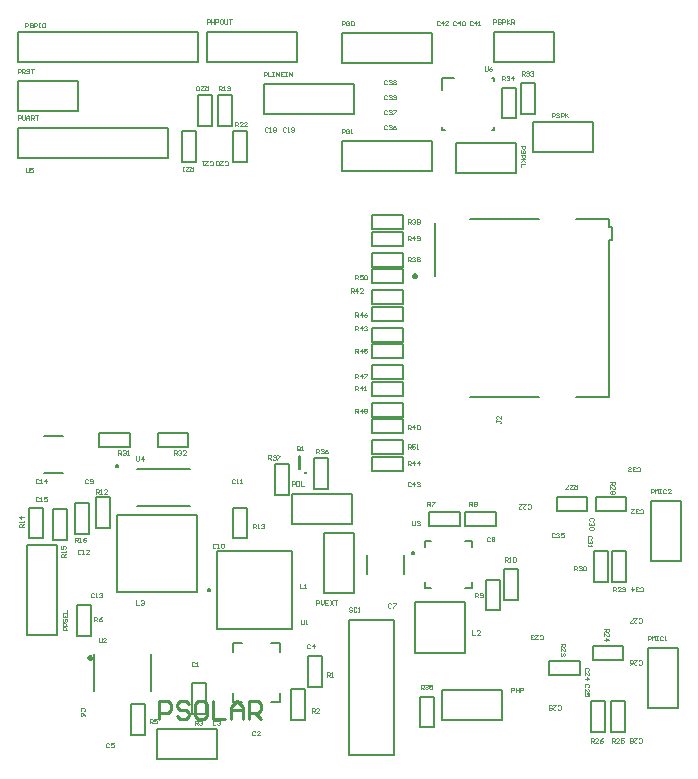
<source format=gto>
%FSTAX23Y23*%
%MOIN*%
%SFA1B1*%

%IPPOS*%
%ADD10C,0.009450*%
%ADD11C,0.004920*%
%ADD12C,0.009840*%
%ADD13C,0.007870*%
%ADD14C,0.006000*%
%ADD15C,0.005000*%
%ADD16C,0.010000*%
%ADD17C,0.003000*%
%LNsolears_v1-1*%
%LPD*%
G54D10*
X02342Y02657D02*
D01*
X02342Y02657*
X02342Y02657*
X02342Y02658*
X02342Y02658*
X02342Y02658*
X02342Y02659*
X02342Y02659*
X02341Y02659*
X02341Y02659*
X02341Y0266*
X02341Y0266*
X02341Y0266*
X0234Y0266*
X0234Y02661*
X0234Y02661*
X02339Y02661*
X02339Y02661*
X02339Y02661*
X02339Y02661*
X02338Y02661*
X02338Y02661*
X02338Y02661*
X02337*
X02337Y02661*
X02337Y02661*
X02336Y02661*
X02336Y02661*
X02336Y02661*
X02335Y02661*
X02335Y02661*
X02335Y02661*
X02334Y0266*
X02334Y0266*
X02334Y0266*
X02334Y0266*
X02334Y02659*
X02333Y02659*
X02333Y02659*
X02333Y02659*
X02333Y02658*
X02333Y02658*
X02333Y02658*
X02333Y02657*
X02333Y02657*
X02333Y02657*
X02333Y02656*
X02333Y02656*
X02333Y02656*
X02333Y02655*
X02333Y02655*
X02333Y02655*
X02333Y02654*
X02333Y02654*
X02334Y02654*
X02334Y02654*
X02334Y02653*
X02334Y02653*
X02334Y02653*
X02335Y02653*
X02335Y02653*
X02335Y02652*
X02336Y02652*
X02336Y02652*
X02336Y02652*
X02337Y02652*
X02337Y02652*
X02337Y02652*
X02338*
X02338Y02652*
X02338Y02652*
X02339Y02652*
X02339Y02652*
X02339Y02652*
X02339Y02652*
X0234Y02653*
X0234Y02653*
X0234Y02653*
X02341Y02653*
X02341Y02653*
X02341Y02654*
X02341Y02654*
X02341Y02654*
X02342Y02654*
X02342Y02655*
X02342Y02655*
X02342Y02655*
X02342Y02656*
X02342Y02656*
X02342Y02656*
X02342Y02657*
G54D11*
X01975Y02D02*
D01*
X01975Y02*
X01975Y02*
X01975Y02001*
X01975Y02001*
X01975Y02001*
X01974Y02001*
X01974Y02001*
X01974Y02001*
X01974Y02001*
X01974Y02002*
X01974Y02002*
X01974Y02002*
X01974Y02002*
X01974Y02002*
X01973Y02002*
X01973Y02002*
X01973Y02002*
X01973Y02002*
X01973Y02002*
X01973Y02002*
X01972Y02002*
X01972Y02003*
X01972*
X01972Y02002*
X01972Y02002*
X01972Y02002*
X01971Y02002*
X01971Y02002*
X01971Y02002*
X01971Y02002*
X01971Y02002*
X01971Y02002*
X01971Y02002*
X0197Y02002*
X0197Y02002*
X0197Y02001*
X0197Y02001*
X0197Y02001*
X0197Y02001*
X0197Y02001*
X0197Y02001*
X0197Y02001*
X0197Y02*
X0197Y02*
X0197Y02*
X0197Y02*
X0197Y02*
X0197Y02*
X0197Y01999*
X0197Y01999*
X0197Y01999*
X0197Y01999*
X0197Y01999*
X0197Y01999*
X0197Y01998*
X0197Y01998*
X01971Y01998*
X01971Y01998*
X01971Y01998*
X01971Y01998*
X01971Y01998*
X01971Y01998*
X01971Y01998*
X01972Y01998*
X01972Y01998*
X01972Y01998*
X01972Y01998*
X01972*
X01972Y01998*
X01973Y01998*
X01973Y01998*
X01973Y01998*
X01973Y01998*
X01973Y01998*
X01973Y01998*
X01974Y01998*
X01974Y01998*
X01974Y01998*
X01974Y01998*
X01974Y01998*
X01974Y01999*
X01974Y01999*
X01974Y01999*
X01974Y01999*
X01975Y01999*
X01975Y01999*
X01975Y02*
X01975Y02*
X01975Y02*
X01975Y02*
G54D12*
X01259Y01384D02*
D01*
X01259Y01384*
X01259Y01384*
X01259Y01385*
X01259Y01385*
X01259Y01385*
X01259Y01386*
X01259Y01386*
X01258Y01386*
X01258Y01387*
X01258Y01387*
X01258Y01387*
X01258Y01387*
X01257Y01388*
X01257Y01388*
X01257Y01388*
X01256Y01388*
X01256Y01388*
X01256Y01388*
X01255Y01388*
X01255Y01389*
X01255Y01389*
X01254Y01389*
X01254*
X01254Y01389*
X01253Y01389*
X01253Y01388*
X01253Y01388*
X01252Y01388*
X01252Y01388*
X01252Y01388*
X01252Y01388*
X01251Y01388*
X01251Y01387*
X01251Y01387*
X01251Y01387*
X0125Y01387*
X0125Y01386*
X0125Y01386*
X0125Y01386*
X0125Y01385*
X0125Y01385*
X01249Y01385*
X01249Y01384*
X01249Y01384*
X01249Y01384*
X01249Y01383*
X01249Y01383*
X01249Y01383*
X0125Y01382*
X0125Y01382*
X0125Y01382*
X0125Y01381*
X0125Y01381*
X0125Y01381*
X01251Y01381*
X01251Y0138*
X01251Y0138*
X01251Y0138*
X01252Y0138*
X01252Y01379*
X01252Y01379*
X01252Y01379*
X01253Y01379*
X01253Y01379*
X01253Y01379*
X01254Y01379*
X01254Y01379*
X01254*
X01255Y01379*
X01255Y01379*
X01255Y01379*
X01256Y01379*
X01256Y01379*
X01256Y01379*
X01257Y01379*
X01257Y0138*
X01257Y0138*
X01258Y0138*
X01258Y0138*
X01258Y01381*
X01258Y01381*
X01258Y01381*
X01259Y01381*
X01259Y01382*
X01259Y01382*
X01259Y01382*
X01259Y01383*
X01259Y01383*
X01259Y01383*
X01259Y01384*
G54D13*
X01657Y0161D02*
D01*
X01657Y0161*
X01657Y0161*
X01657Y0161*
X01657Y01611*
X01657Y01611*
X01657Y01611*
X01656Y01611*
X01656Y01612*
X01656Y01612*
X01656Y01612*
X01656Y01612*
X01656Y01612*
X01655Y01613*
X01655Y01613*
X01655Y01613*
X01655Y01613*
X01654Y01613*
X01654Y01613*
X01654Y01613*
X01654Y01613*
X01653Y01613*
X01653Y01613*
X01653*
X01653Y01613*
X01652Y01613*
X01652Y01613*
X01652Y01613*
X01651Y01613*
X01651Y01613*
X01651Y01613*
X01651Y01613*
X0165Y01613*
X0165Y01612*
X0165Y01612*
X0165Y01612*
X0165Y01612*
X0165Y01612*
X01649Y01611*
X01649Y01611*
X01649Y01611*
X01649Y01611*
X01649Y0161*
X01649Y0161*
X01649Y0161*
X01649Y0161*
X01649Y01609*
X01649Y01609*
X01649Y01609*
X01649Y01608*
X01649Y01608*
X01649Y01608*
X01649Y01608*
X0165Y01607*
X0165Y01607*
X0165Y01607*
X0165Y01607*
X0165Y01607*
X0165Y01606*
X01651Y01606*
X01651Y01606*
X01651Y01606*
X01651Y01606*
X01652Y01606*
X01652Y01606*
X01652Y01606*
X01653Y01606*
X01653Y01606*
X01653*
X01653Y01606*
X01654Y01606*
X01654Y01606*
X01654Y01606*
X01654Y01606*
X01655Y01606*
X01655Y01606*
X01655Y01606*
X01655Y01606*
X01656Y01607*
X01656Y01607*
X01656Y01607*
X01656Y01607*
X01656Y01607*
X01656Y01608*
X01657Y01608*
X01657Y01608*
X01657Y01608*
X01657Y01609*
X01657Y01609*
X01657Y01609*
X01657Y0161*
X02336Y01733D02*
D01*
X02336Y01733*
X02336Y01733*
X02336Y01734*
X02336Y01734*
X02336Y01734*
X02336Y01734*
X02336Y01735*
X02336Y01735*
X02336Y01735*
X02335Y01735*
X02335Y01736*
X02335Y01736*
X02335Y01736*
X02335Y01736*
X02334Y01736*
X02334Y01736*
X02334Y01737*
X02334Y01737*
X02333Y01737*
X02333Y01737*
X02333Y01737*
X02333Y01737*
X02332*
X02332Y01737*
X02332Y01737*
X02331Y01737*
X02331Y01737*
X02331Y01737*
X02331Y01736*
X0233Y01736*
X0233Y01736*
X0233Y01736*
X0233Y01736*
X0233Y01736*
X02329Y01735*
X02329Y01735*
X02329Y01735*
X02329Y01735*
X02329Y01734*
X02329Y01734*
X02329Y01734*
X02329Y01734*
X02328Y01733*
X02328Y01733*
X02328Y01733*
X02328Y01733*
X02328Y01732*
X02329Y01732*
X02329Y01732*
X02329Y01732*
X02329Y01731*
X02329Y01731*
X02329Y01731*
X02329Y01731*
X02329Y0173*
X0233Y0173*
X0233Y0173*
X0233Y0173*
X0233Y0173*
X0233Y01729*
X02331Y01729*
X02331Y01729*
X02331Y01729*
X02331Y01729*
X02332Y01729*
X02332Y01729*
X02332Y01729*
X02333*
X02333Y01729*
X02333Y01729*
X02333Y01729*
X02334Y01729*
X02334Y01729*
X02334Y01729*
X02334Y01729*
X02335Y0173*
X02335Y0173*
X02335Y0173*
X02335Y0173*
X02335Y0173*
X02336Y01731*
X02336Y01731*
X02336Y01731*
X02336Y01731*
X02336Y01732*
X02336Y01732*
X02336Y01732*
X02336Y01732*
X02336Y01733*
X02336Y01733*
X0135Y02022D02*
D01*
X0135Y02023*
X0135Y02023*
X0135Y02023*
X0135Y02024*
X0135Y02024*
X0135Y02024*
X0135Y02024*
X0135Y02025*
X0135Y02025*
X01349Y02025*
X01349Y02025*
X01349Y02026*
X01349Y02026*
X01348Y02026*
X01348Y02026*
X01348Y02026*
X01348Y02026*
X01347Y02027*
X01347Y02027*
X01347Y02027*
X01346Y02027*
X01346Y02027*
X01346*
X01346Y02027*
X01345Y02027*
X01345Y02027*
X01345Y02027*
X01344Y02026*
X01344Y02026*
X01344Y02026*
X01343Y02026*
X01343Y02026*
X01343Y02026*
X01343Y02025*
X01343Y02025*
X01342Y02025*
X01342Y02025*
X01342Y02024*
X01342Y02024*
X01342Y02024*
X01342Y02024*
X01342Y02023*
X01342Y02023*
X01342Y02023*
X01342Y02022*
X01342Y02022*
X01342Y02022*
X01342Y02021*
X01342Y02021*
X01342Y02021*
X01342Y02021*
X01342Y0202*
X01342Y0202*
X01342Y0202*
X01343Y0202*
X01343Y02019*
X01343Y02019*
X01343Y02019*
X01343Y02019*
X01344Y02019*
X01344Y02018*
X01344Y02018*
X01345Y02018*
X01345Y02018*
X01345Y02018*
X01346Y02018*
X01346Y02018*
X01346*
X01346Y02018*
X01347Y02018*
X01347Y02018*
X01347Y02018*
X01348Y02018*
X01348Y02018*
X01348Y02019*
X01348Y02019*
X01349Y02019*
X01349Y02019*
X01349Y02019*
X01349Y0202*
X0135Y0202*
X0135Y0202*
X0135Y0202*
X0135Y02021*
X0135Y02021*
X0135Y02021*
X0135Y02021*
X0135Y02022*
X0135Y02022*
X0135Y02022*
X0148Y01045D02*
Y01145D01*
X0168*
Y01045D02*
Y01145D01*
X0148Y01045D02*
X0168D01*
X01103Y02121D02*
X01166D01*
X01103Y01998D02*
X01166D01*
X01615Y0337D02*
Y0347D01*
X01015Y0337D02*
Y0347D01*
X01615*
X01015Y0337D02*
X01615D01*
X02731Y0317D02*
X02931D01*
X02731Y0307D02*
Y0317D01*
Y0307D02*
X02931D01*
Y0317*
X02986Y02253D02*
Y02775D01*
X02877Y02253D02*
X02986D01*
X02522D02*
X02751D01*
X02405Y02657D02*
Y02834D01*
X02522Y02846D02*
X02751D01*
X02986Y02775D02*
X02996D01*
Y02818*
X02986D02*
X02996D01*
X02986D02*
Y02846D01*
X02877D02*
X02986D01*
X02135Y016D02*
Y018D01*
X02035D02*
X02135D01*
X02035Y016D02*
Y018D01*
Y016D02*
X02135D01*
X0243Y01275D02*
X0263D01*
X0243Y01175D02*
Y01275D01*
Y01175D02*
X0263D01*
Y01275*
X02476Y031D02*
X02676D01*
X02476Y03D02*
Y031D01*
Y03D02*
X02676D01*
Y031*
X0243Y03144D02*
X02438D01*
X0243D02*
Y03152D01*
X02594Y03144D02*
X02601D01*
Y03152*
Y03307D02*
Y03315D01*
X02594D02*
X02601D01*
X0243D02*
X02469D01*
X0243Y03277D02*
Y03315D01*
X01953Y02013D02*
X01956D01*
X01953Y02056D02*
X01956D01*
Y02013D02*
Y02056D01*
X01953Y02013D02*
Y02056D01*
X0127Y01272D02*
Y01397D01*
X01459Y01272D02*
Y01397D01*
X02301Y01663D02*
Y01726D01*
X02178Y01663D02*
Y01726D01*
X02338Y014D02*
X02507D01*
X02338D02*
Y01569D01*
X02507*
Y014D02*
Y01569D01*
X01346Y01601D02*
Y01859D01*
X01613*
Y01601D02*
Y01859D01*
X01346Y01601D02*
X01613D01*
X01045Y0146D02*
X01145D01*
X01045D02*
Y0176D01*
X01145*
Y0146D02*
Y0176D01*
X02096Y03465D02*
X02396D01*
X02096Y03365D02*
Y03465D01*
Y03365D02*
X02396D01*
Y03465*
X02801Y0337D02*
Y0347D01*
X02601Y0337D02*
X02801D01*
X02601D02*
Y0347D01*
X02801*
X01645Y0337D02*
X01945D01*
Y0347*
X01645D02*
X01945D01*
X01645Y0337D02*
Y0347D01*
X02096Y03105D02*
X02396D01*
X02096Y03005D02*
Y03105D01*
Y03005D02*
X02396D01*
Y03105*
X03115Y01215D02*
X03215D01*
X03115D02*
Y01415D01*
X03215*
Y01215D02*
Y01415D01*
X01835Y03295D02*
X02135D01*
X01835Y03195D02*
Y03295D01*
Y03195D02*
X02135D01*
Y03295*
X0193Y0183D02*
Y0193D01*
X0213*
Y0183D02*
Y0193D01*
X0193Y0183D02*
X0213D01*
X03125Y01705D02*
X03225D01*
X03125D02*
Y01905D01*
X03225*
Y01705D02*
Y01905D01*
X01515Y0305D02*
Y0315D01*
X01015Y0305D02*
X01515D01*
X01015Y0315D02*
X01515D01*
X01015Y0305D02*
Y0315D01*
Y03205D02*
Y03305D01*
X01215*
Y03205D02*
Y03305D01*
X01015Y03205D02*
X01215D01*
X0212Y0151D02*
X0227D01*
Y0106D02*
Y0151D01*
X0212Y0106D02*
X0227D01*
X0212D02*
Y0151D01*
G54D14*
X01889Y01403D02*
Y01433D01*
X01859Y01237D02*
X01889D01*
X01731D02*
Y01267D01*
Y01433D02*
X01761D01*
X01731Y01237D02*
X01761D01*
X01889D02*
Y01267D01*
X01859Y01433D02*
X01889D01*
X01731Y01403D02*
Y01433D01*
G54D15*
X02623Y01542D02*
Y01643D01*
X02577Y01542D02*
Y01643D01*
Y01542D02*
X02623D01*
X02577Y01643D02*
X02623D01*
X01682Y03157D02*
Y03258D01*
X01728Y03157D02*
Y03258D01*
X01682D02*
X01728D01*
X01682Y03157D02*
X01728D01*
X03038Y01137D02*
Y01238D01*
X02992Y01137D02*
Y01238D01*
Y01137D02*
X03038D01*
X02992Y01238D02*
X03038D01*
X02973Y01137D02*
Y01238D01*
X02927Y01137D02*
Y01238D01*
Y01137D02*
X02973D01*
X02927Y01238D02*
X02973D01*
X03043Y01637D02*
Y01738D01*
X02997Y01637D02*
Y01738D01*
Y01637D02*
X03043D01*
X02997Y01738D02*
X03043D01*
X02983Y01637D02*
Y01738D01*
X02937Y01637D02*
Y01738D01*
Y01637D02*
X02983D01*
X02937Y01738D02*
X02983D01*
X02197Y02858D02*
X02298D01*
X02197Y02812D02*
X02298D01*
Y02858*
X02197Y02812D02*
Y02858D01*
Y02803D02*
X02298D01*
X02197Y02757D02*
X02298D01*
Y02803*
X02197Y02757D02*
Y02803D01*
Y02733D02*
X02298D01*
X02197Y02687D02*
X02298D01*
Y02733*
X02197Y02687D02*
Y02733D01*
Y02678D02*
X02298D01*
X02197Y02632D02*
X02298D01*
Y02678*
X02197Y02632D02*
Y02678D01*
Y02608D02*
X02298D01*
X02197Y02562D02*
X02298D01*
Y02608*
X02197Y02562D02*
Y02608D01*
Y02553D02*
X02298D01*
X02197Y02507D02*
X02298D01*
Y02553*
X02197Y02507D02*
Y02553D01*
Y02483D02*
X02298D01*
X02197Y02437D02*
X02298D01*
Y02483*
X02197Y02437D02*
Y02483D01*
Y02428D02*
X02298D01*
X02197Y02382D02*
X02298D01*
Y02428*
X02197Y02382D02*
Y02428D01*
Y02358D02*
X02298D01*
X02197Y02312D02*
X02298D01*
Y02358*
X02197Y02312D02*
Y02358D01*
Y02303D02*
X02298D01*
X02197Y02257D02*
X02298D01*
Y02303*
X02197Y02257D02*
Y02303D01*
Y02233D02*
X02298D01*
X02197Y02187D02*
X02298D01*
Y02233*
X02197Y02187D02*
Y02233D01*
Y02053D02*
X02298D01*
X02197Y02007D02*
X02298D01*
Y02053*
X02197Y02007D02*
Y02053D01*
Y02062D02*
X02298D01*
X02197Y02108D02*
X02298D01*
X02197Y02062D02*
Y02108D01*
X02298Y02062D02*
Y02108D01*
X02197Y02178D02*
X02298D01*
X02197Y02132D02*
X02298D01*
Y02178*
X02197Y02132D02*
Y02178D01*
X01287Y02087D02*
X01388D01*
X01287Y02133D02*
X01388D01*
X01287Y02087D02*
Y02133D01*
X01388Y02087D02*
Y02133D01*
X01482Y02087D02*
X01583D01*
X01482Y02133D02*
X01583D01*
X01482Y02087D02*
Y02133D01*
X01583Y02087D02*
Y02133D01*
X02812Y01918D02*
X02913D01*
X02812Y01872D02*
X02913D01*
Y01918*
X02812Y01872D02*
Y01918D01*
X02942D02*
X03043D01*
X02942Y01872D02*
X03043D01*
Y01918*
X02942Y01872D02*
Y01918D01*
X02932Y01423D02*
X03033D01*
X02932Y01377D02*
X03033D01*
Y01423*
X02932Y01377D02*
Y01423D01*
X02787Y01373D02*
X02888D01*
X02787Y01327D02*
X02888D01*
Y01373*
X02787Y01327D02*
Y01373D01*
X01778Y03037D02*
Y03138D01*
X01732Y03037D02*
Y03138D01*
Y03037D02*
X01778D01*
X01732Y03138D02*
X01778D01*
X01608Y03037D02*
Y03138D01*
X01562Y03037D02*
Y03138D01*
Y03037D02*
X01608D01*
X01562Y03138D02*
X01608D01*
X01663Y03157D02*
Y03258D01*
X01617Y03157D02*
Y03258D01*
Y03157D02*
X01663D01*
X01617Y03258D02*
X01663D01*
X01918Y01927D02*
Y02028D01*
X01872Y01927D02*
Y02028D01*
Y01927D02*
X01918D01*
X01872Y02028D02*
X01918D01*
X02048Y01947D02*
Y02048D01*
X02002Y01947D02*
Y02048D01*
Y01947D02*
X02048D01*
X02002Y02048D02*
X02048D01*
X01438Y01127D02*
Y01228D01*
X01392Y01127D02*
Y01228D01*
Y01127D02*
X01438D01*
X01392Y01228D02*
X01438D01*
X0193Y0148D02*
Y01739D01*
X01679Y0148D02*
X0193D01*
X01679Y01739D02*
X0193D01*
X01679Y0148D02*
Y01739D01*
X01258Y01457D02*
Y01558D01*
X01212Y01457D02*
Y01558D01*
Y01457D02*
X01258D01*
X01212Y01558D02*
X01258D01*
X02507Y01822D02*
X02608D01*
X02507Y01868D02*
X02608D01*
X02507Y01822D02*
Y01868D01*
X02608Y01822D02*
Y01868D01*
X02387Y01822D02*
X02488D01*
X02387Y01868D02*
X02488D01*
X02387Y01822D02*
Y01868D01*
X02488Y01822D02*
Y01868D01*
X02371Y01752D02*
Y01773D01*
Y01616D02*
Y01637D01*
X02528Y01752D02*
Y01773D01*
Y01616D02*
Y01637D01*
X02371Y01773D02*
X02392D01*
X02371Y01616D02*
X02392D01*
X02507Y01773D02*
X02528D01*
X02507Y01616D02*
X02528D01*
X01207Y01797D02*
Y01898D01*
X01253Y01797D02*
Y01898D01*
X01207D02*
X01253D01*
X01207Y01797D02*
X01253D01*
X01052Y01782D02*
Y01883D01*
X01098Y01782D02*
Y01883D01*
X01052D02*
X01098D01*
X01052Y01782D02*
X01098D01*
X01132Y01777D02*
Y01878D01*
X01178Y01777D02*
Y01878D01*
X01132D02*
X01178D01*
X01132Y01777D02*
X01178D01*
X01732Y01782D02*
Y01883D01*
X01778Y01782D02*
Y01883D01*
X01732D02*
X01778D01*
X01732Y01782D02*
X01778D01*
X01323Y01817D02*
Y01918D01*
X01277Y01817D02*
Y01918D01*
Y01817D02*
X01323D01*
X01277Y01918D02*
X01323D01*
X01411Y01888D02*
X01588D01*
X01411Y02011D02*
X01588D01*
X01597Y01197D02*
Y01298D01*
X01643Y01197D02*
Y01298D01*
X01597D02*
X01643D01*
X01597Y01197D02*
X01643D01*
X01982Y01287D02*
Y01388D01*
X02028Y01287D02*
Y01388D01*
X01982D02*
X02028D01*
X01982Y01287D02*
X02028D01*
X01973Y01177D02*
Y01278D01*
X01927Y01177D02*
Y01278D01*
Y01177D02*
X01973D01*
X01927Y01278D02*
X01973D01*
X02357Y01152D02*
Y01253D01*
X02403Y01152D02*
Y01253D01*
X02357D02*
X02403D01*
X02357Y01152D02*
X02403D01*
X02628Y03182D02*
Y03283D01*
X02674Y03182D02*
Y03283D01*
X02628D02*
X02674D01*
X02628Y03182D02*
X02674D01*
X02693Y03197D02*
Y03298D01*
X02739Y03197D02*
Y03298D01*
X02693D02*
X02739D01*
X02693Y03197D02*
X02739D01*
X02637Y01577D02*
Y01678D01*
X02683Y01577D02*
Y01678D01*
X02637D02*
X02683D01*
X02637Y01577D02*
X02683D01*
G54D16*
X01486Y01179D02*
Y01238D01*
X01515*
X01525Y01228*
Y01208*
X01515Y01198*
X01486*
X01585Y01228D02*
X01575Y01238D01*
X01555*
X01545Y01228*
Y01218*
X01555Y01208*
X01575*
X01585Y01198*
Y01189*
X01575Y01179*
X01555*
X01545Y01189*
X01635Y01238D02*
X01615D01*
X01605Y01228*
Y01189*
X01615Y01179*
X01635*
X01645Y01189*
Y01228*
X01635Y01238*
X01665D02*
Y01179D01*
X01705*
X01725D02*
Y01218D01*
X01745Y01238*
X01765Y01218*
Y01179*
Y01208*
X01725*
X01785Y01179D02*
Y01238D01*
X01815*
X01825Y01228*
Y01208*
X01815Y01198*
X01785*
X01805D02*
X01825Y01179D01*
G54D17*
X0196Y01509D02*
Y01497D01*
X01962Y01495*
X01967*
X0197Y01497*
Y01509*
X01975Y01495D02*
X01979D01*
X01977*
Y01509*
X01975Y01507*
X02315Y0208D02*
Y02095D01*
X02322*
X02325Y02092*
Y02087*
X02322Y02085*
X02315*
X0232D02*
X02325Y0208D01*
X02339Y02095D02*
X02329D01*
Y02087*
X02334Y0209*
X02337*
X02339Y02087*
Y02082*
X02337Y0208*
X02332*
X02329Y02082*
X02344Y0208D02*
X02349D01*
X02347*
Y02095*
X02344Y02092*
X0214Y02645D02*
Y0266D01*
X02147*
X0215Y02657*
Y02652*
X02147Y0265*
X0214*
X02145D02*
X0215Y02645D01*
X02164Y0266D02*
X02154D01*
Y02652*
X02159Y02655*
X02162*
X02164Y02652*
Y02647*
X02162Y02645*
X02157*
X02154Y02647*
X02169Y02657D02*
X02172Y0266D01*
X02177*
X02179Y02657*
Y02647*
X02177Y02645*
X02172*
X02169Y02647*
Y02657*
X02315Y02775D02*
Y02789D01*
X02322*
X02325Y02787*
Y02782*
X02322Y0278*
X02315*
X0232D02*
X02325Y02775D01*
X02337D02*
Y02789D01*
X02329Y02782*
X02339*
X02344Y02777D02*
X02347Y02775D01*
X02352*
X02354Y02777*
Y02787*
X02352Y02789*
X02347*
X02344Y02787*
Y02785*
X02347Y02782*
X02354*
X0214Y022D02*
Y02214D01*
X02147*
X0215Y02212*
Y02207*
X02147Y02205*
X0214*
X02145D02*
X0215Y022D01*
X02162D02*
Y02214D01*
X02154Y02207*
X02164*
X02169Y02212D02*
X02172Y02214D01*
X02177*
X02179Y02212*
Y0221*
X02177Y02207*
X02179Y02205*
Y02202*
X02177Y022*
X02172*
X02169Y02202*
Y02205*
X02172Y02207*
X02169Y0221*
Y02212*
X02172Y02207D02*
X02177D01*
X0214Y02315D02*
Y02329D01*
X02147*
X0215Y02327*
Y02322*
X02147Y0232*
X0214*
X02145D02*
X0215Y02315D01*
X02162D02*
Y02329D01*
X02154Y02322*
X02164*
X02169Y02329D02*
X02179D01*
Y02327*
X02169Y02317*
Y02315*
X0214Y0252D02*
Y02535D01*
X02147*
X0215Y02532*
Y02527*
X02147Y02525*
X0214*
X02145D02*
X0215Y0252D01*
X02162D02*
Y02535D01*
X02154Y02527*
X02164*
X02179Y02535D02*
X02174Y02532D01*
X02169Y02527*
Y02522*
X02172Y0252*
X02177*
X02179Y02522*
Y02525*
X02177Y02527*
X02169*
X0214Y024D02*
Y02414D01*
X02147*
X0215Y02412*
Y02407*
X02147Y02405*
X0214*
X02145D02*
X0215Y024D01*
X02162D02*
Y02414D01*
X02154Y02407*
X02164*
X02179Y02414D02*
X02169D01*
Y02407*
X02174Y0241*
X02177*
X02179Y02407*
Y02402*
X02177Y024*
X02172*
X02169Y02402*
X02315Y02025D02*
Y02039D01*
X02322*
X02325Y02037*
Y02032*
X02322Y0203*
X02315*
X0232D02*
X02325Y02025D01*
X02337D02*
Y02039D01*
X02329Y02032*
X02339*
X02352Y02025D02*
Y02039D01*
X02344Y02032*
X02354*
X0214Y02475D02*
Y0249D01*
X02147*
X0215Y02487*
Y02482*
X02147Y0248*
X0214*
X02145D02*
X0215Y02475D01*
X02162D02*
Y0249D01*
X02154Y02482*
X02164*
X02169Y02487D02*
X02172Y0249D01*
X02177*
X02179Y02487*
Y02485*
X02177Y02482*
X02174*
X02177*
X02179Y0248*
Y02477*
X02177Y02475*
X02172*
X02169Y02477*
X02125Y026D02*
Y02615D01*
X02132*
X02135Y02612*
Y02607*
X02132Y02605*
X02125*
X0213D02*
X02135Y026D01*
X02147D02*
Y02615D01*
X0214Y02607*
X02149*
X02164Y026D02*
X02154D01*
X02164Y0261*
Y02612*
X02162Y02615*
X02157*
X02154Y02612*
X0214Y02275D02*
Y02289D01*
X02147*
X0215Y02287*
Y02282*
X02147Y0228*
X0214*
X02145D02*
X0215Y02275D01*
X02162D02*
Y02289D01*
X02154Y02282*
X02164*
X02169Y02275D02*
X02174D01*
X02172*
Y02289*
X02169Y02287*
X02315Y02145D02*
Y0216D01*
X02322*
X02325Y02157*
Y02152*
X02322Y0215*
X02315*
X0232D02*
X02325Y02145D01*
X02337D02*
Y0216D01*
X02329Y02152*
X02339*
X02344Y02157D02*
X02347Y0216D01*
X02352*
X02354Y02157*
Y02147*
X02352Y02145*
X02347*
X02344Y02147*
Y02157*
X02315Y0283D02*
Y02845D01*
X02322*
X02325Y02842*
Y02837*
X02322Y02835*
X02315*
X0232D02*
X02325Y0283D01*
X02329Y02842D02*
X02332Y02845D01*
X02337*
X02339Y02842*
Y0284*
X02337Y02837*
X02334*
X02337*
X02339Y02835*
Y02832*
X02337Y0283*
X02332*
X02329Y02832*
X02344D02*
X02347Y0283D01*
X02352*
X02354Y02832*
Y02842*
X02352Y02845*
X02347*
X02344Y02842*
Y0284*
X02347Y02837*
X02354*
X02315Y02705D02*
Y0272D01*
X02322*
X02325Y02717*
Y02712*
X02322Y0271*
X02315*
X0232D02*
X02325Y02705D01*
X02329Y02717D02*
X02332Y0272D01*
X02337*
X02339Y02717*
Y02715*
X02337Y02712*
X02334*
X02337*
X02339Y0271*
Y02707*
X02337Y02705*
X02332*
X02329Y02707*
X02344Y02717D02*
X02347Y0272D01*
X02352*
X02354Y02717*
Y02715*
X02352Y02712*
X02354Y0271*
Y02707*
X02352Y02705*
X02347*
X02344Y02707*
Y0271*
X02347Y02712*
X02344Y02715*
Y02717*
X02347Y02712D02*
X02352D01*
X0261Y02175D02*
Y0217D01*
Y02172*
X02622*
X02625Y0217*
Y02167*
X02622Y02165*
X02625Y02189D02*
Y0218D01*
X02615Y02189*
X02612*
X0261Y02187*
Y02182*
X02612Y0218*
X02325Y01967D02*
X02322Y0197D01*
X02317*
X02315Y01967*
Y01957*
X02317Y01955*
X02322*
X02325Y01957*
X02337Y01955D02*
Y0197D01*
X02329Y01962*
X02339*
X02344Y01967D02*
X02347Y0197D01*
X02352*
X02354Y01967*
Y01965*
X02352Y01962*
X02349*
X02352*
X02354Y0196*
Y01957*
X02352Y01955*
X02347*
X02344Y01957*
X02571Y03355D02*
Y03342D01*
X02573Y0334*
X02578*
X02581Y03342*
Y03355*
X02596D02*
X02591Y03352D01*
X02586Y03347*
Y03342*
X02588Y0334*
X02593*
X02596Y03342*
Y03345*
X02593Y03347*
X02586*
X0185Y02045D02*
X0185Y02059D01*
X01858Y02059*
X0186Y02056*
X0186Y02051*
X01857Y02049*
X0185Y02049*
X01855Y02049D02*
X01859Y02044D01*
X01865Y02056D02*
X01868Y02059D01*
X01873Y02058*
X01875Y02056*
X01875Y02053*
X01872Y02051*
X0187Y02051*
X01872Y02051*
X01875Y02048*
X01875Y02046*
X01872Y02043*
X01867Y02044*
X01865Y02046*
X0188Y02058D02*
X0189Y02057D01*
X0189Y02055*
X0188Y02045*
X01879Y02043*
X0201Y02065D02*
Y02079D01*
X02017*
X0202Y02077*
Y02072*
X02017Y0207*
X0201*
X02015D02*
X0202Y02065D01*
X02025Y02077D02*
X02027Y02079D01*
X02032*
X02034Y02077*
Y02075*
X02032Y02072*
X02029*
X02032*
X02034Y0207*
Y02067*
X02032Y02065*
X02027*
X02025Y02067*
X02049Y02079D02*
X02044Y02077D01*
X02039Y02072*
Y02067*
X02042Y02065*
X02047*
X02049Y02067*
Y0207*
X02047Y02072*
X02039*
X02358Y01279D02*
Y01294D01*
X02365*
X02368Y01291*
Y01286*
X02365Y01284*
X02358*
X02363D02*
X02368Y01279D01*
X02372Y01291D02*
X02375Y01294D01*
X0238*
X02382Y01291*
Y01289*
X0238Y01286*
X02377*
X0238*
X02382Y01284*
Y01281*
X0238Y01279*
X02375*
X02372Y01281*
X02397Y01294D02*
X02387D01*
Y01286*
X02392Y01289*
X02395*
X02397Y01286*
Y01281*
X02395Y01279*
X0239*
X02387Y01281*
X02629Y03308D02*
Y03322D01*
X02636*
X02639Y0332*
Y03315*
X02636Y03313*
X02629*
X02634D02*
X02639Y03308D01*
X02644Y0332D02*
X02646Y03322D01*
X02651*
X02653Y0332*
Y03318*
X02651Y03315*
X02648*
X02651*
X02653Y03313*
Y0331*
X02651Y03308*
X02646*
X02644Y0331*
X02666Y03308D02*
Y03322D01*
X02658Y03315*
X02668*
X02694Y03324D02*
Y03338D01*
X02701*
X02704Y03336*
Y03331*
X02701Y03329*
X02694*
X02699D02*
X02704Y03324D01*
X02709Y03336D02*
X02711Y03338D01*
X02716*
X02718Y03336*
Y03334*
X02716Y03331*
X02713*
X02716*
X02718Y03329*
Y03326*
X02716Y03324*
X02711*
X02709Y03326*
X02723Y03336D02*
X02726Y03338D01*
X02731*
X02733Y03336*
Y03334*
X02731Y03331*
X02728*
X02731*
X02733Y03329*
Y03326*
X02731Y03324*
X02726*
X02723Y03326*
X01535Y0206D02*
Y02075D01*
X01542*
X01545Y02072*
Y02067*
X01542Y02065*
X01535*
X0154D02*
X01545Y0206D01*
X01549Y02072D02*
X01552Y02075D01*
X01557*
X01559Y02072*
Y0207*
X01557Y02067*
X01554*
X01557*
X01559Y02065*
Y02062*
X01557Y0206*
X01552*
X01549Y02062*
X01574Y0206D02*
X01564D01*
X01574Y0207*
Y02072*
X01572Y02075*
X01567*
X01564Y02072*
X0135Y0206D02*
Y02075D01*
X01357*
X0136Y02072*
Y02067*
X01357Y02065*
X0135*
X01355D02*
X0136Y0206D01*
X01365Y02072D02*
X01367Y02075D01*
X01372*
X01374Y02072*
Y0207*
X01372Y02067*
X01369*
X01372*
X01374Y02065*
Y02062*
X01372Y0206*
X01367*
X01365Y02062*
X01379Y0206D02*
X01384D01*
X01382*
Y02075*
X01379Y02072*
X0287Y01675D02*
Y0169D01*
X02877*
X0288Y01687*
Y01682*
X02877Y0168*
X0287*
X02875D02*
X0288Y01675D01*
X02884Y01687D02*
X02887Y0169D01*
X02892*
X02894Y01687*
Y01685*
X02892Y01682*
X02889*
X02892*
X02894Y0168*
Y01677*
X02892Y01675*
X02887*
X02884Y01677*
X02899Y01687D02*
X02902Y0169D01*
X02907*
X02909Y01687*
Y01677*
X02907Y01675*
X02902*
X02899Y01677*
Y01687*
X03Y01605D02*
Y01619D01*
X03007*
X0301Y01617*
Y01612*
X03007Y0161*
X03*
X03005D02*
X0301Y01605D01*
X03024D02*
X03015D01*
X03024Y01615*
Y01617*
X03022Y01619*
X03017*
X03015Y01617*
X03029Y01607D02*
X03032Y01605D01*
X03037*
X03039Y01607*
Y01617*
X03037Y01619*
X03032*
X03029Y01617*
Y01615*
X03032Y01612*
X03039*
X0299Y0197D02*
X03005D01*
Y01962*
X03002Y0196*
X02997*
X02995Y01962*
Y0197*
Y01965D02*
X0299Y0196D01*
Y01945D02*
Y01955D01*
X03Y01945*
X03002*
X03005Y01947*
Y01952*
X03002Y01955*
Y0194D02*
X03005Y01937D01*
Y01932*
X03002Y0193*
X03*
X02997Y01932*
X02995Y0193*
X02992*
X0299Y01932*
Y01937*
X02992Y0194*
X02995*
X02997Y01937*
X03Y0194*
X03002*
X02997Y01937D02*
Y01932D01*
X0288Y0196D02*
Y01945D01*
X02872*
X0287Y01947*
Y01952*
X02872Y01955*
X0288*
X02875D02*
X0287Y0196D01*
X02855D02*
X02865D01*
X02855Y0195*
Y01947*
X02857Y01945*
X02862*
X02865Y01947*
X0285Y01945D02*
X0284D01*
Y01947*
X0285Y01957*
Y0196*
X02925Y011D02*
Y01115D01*
X02932*
X02935Y01112*
Y01107*
X02932Y01105*
X02925*
X0293D02*
X02935Y011D01*
X02949D02*
X0294D01*
X02949Y0111*
Y01112*
X02947Y01115*
X02942*
X0294Y01112*
X02964Y01115D02*
X02959Y01112D01*
X02954Y01107*
Y01102*
X02957Y011*
X02962*
X02964Y01102*
Y01105*
X02962Y01107*
X02954*
X02995Y011D02*
Y01115D01*
X03002*
X03005Y01112*
Y01107*
X03002Y01105*
X02995*
X03D02*
X03005Y011D01*
X03019D02*
X03009D01*
X03019Y0111*
Y01112*
X03017Y01115*
X03012*
X03009Y01112*
X03034Y01115D02*
X03024D01*
Y01107*
X03029Y0111*
X03032*
X03034Y01107*
Y01102*
X03032Y011*
X03027*
X03024Y01102*
X0297Y0148D02*
X02984D01*
Y01472*
X02982Y0147*
X02977*
X02975Y01472*
Y0148*
Y01475D02*
X0297Y0147D01*
Y01455D02*
Y01465D01*
X0298Y01455*
X02982*
X02984Y01457*
Y01462*
X02982Y01465*
X0297Y01442D02*
X02984D01*
X02977Y0145*
Y0144*
X02825Y0143D02*
X02839D01*
Y01422*
X02837Y0142*
X02832*
X0283Y01422*
Y0143*
Y01425D02*
X02825Y0142D01*
Y01405D02*
Y01415D01*
X02835Y01405*
X02837*
X02839Y01407*
Y01412*
X02837Y01415*
Y014D02*
X02839Y01397D01*
Y01392*
X02837Y0139*
X02835*
X02832Y01392*
Y01395*
Y01392*
X0283Y0139*
X02827*
X02825Y01392*
Y01397*
X02827Y014*
X0174Y03155D02*
Y0317D01*
X01747*
X0175Y03167*
Y03162*
X01747Y0316*
X0174*
X01745D02*
X0175Y03155D01*
X01764D02*
X01754D01*
X01764Y03165*
Y03167*
X01762Y0317*
X01757*
X01754Y03167*
X01779Y03155D02*
X01769D01*
X01779Y03165*
Y03167*
X01777Y0317*
X01772*
X01769Y03167*
X016Y0302D02*
Y03005D01*
X01592*
X0159Y03007*
Y03012*
X01592Y03015*
X016*
X01595D02*
X0159Y0302D01*
X01575D02*
X01585D01*
X01575Y0301*
Y03007*
X01577Y03005*
X01582*
X01585Y03007*
X0157Y0302D02*
X01565D01*
X01567*
Y03005*
X0157Y03007*
X0165Y0329D02*
Y03275D01*
X01642*
X0164Y03277*
Y03282*
X01642Y03285*
X0165*
X01645D02*
X0164Y0329D01*
X01625D02*
X01635D01*
X01625Y0328*
Y03277*
X01627Y03275*
X01632*
X01635Y03277*
X0162D02*
X01617Y03275D01*
X01612*
X0161Y03277*
Y03287*
X01612Y0329*
X01617*
X0162Y03287*
Y03277*
X01685Y03275D02*
Y03289D01*
X01692*
X01695Y03287*
Y03282*
X01692Y0328*
X01685*
X0169D02*
X01695Y03275D01*
X017D02*
X01704D01*
X01702*
Y03289*
X017Y03287*
X01712Y03277D02*
X01714Y03275D01*
X01719*
X01722Y03277*
Y03287*
X01719Y03289*
X01714*
X01712Y03287*
Y03285*
X01714Y03282*
X01722*
X01955Y02077D02*
Y02087D01*
X01952Y02089*
X01947*
X01945Y02087*
Y02077*
X01947Y02075*
X01952*
X0195Y0208D02*
X01955Y02075D01*
X01952D02*
X01955Y02077D01*
X0196Y02075D02*
X01964D01*
X01962*
Y02089*
X0196Y02087*
X0201Y0156D02*
Y01575D01*
X02017*
X0202Y01572*
Y01567*
X02017Y01565*
X0201*
X02025Y01575D02*
Y01565D01*
X02029Y0156*
X02034Y01565*
Y01575*
X02049D02*
X02039D01*
Y0156*
X02049*
X02039Y01567D02*
X02044D01*
X02054Y01575D02*
X02064Y0156D01*
Y01575D02*
X02054Y0156D01*
X02069Y01575D02*
X02079D01*
X02074*
Y0156*
X01014Y03177D02*
Y03191D01*
X01021*
X01024Y03189*
Y03184*
X01021Y03182*
X01014*
X01029Y03191D02*
Y03179D01*
X01031Y03177*
X01036*
X01038Y03179*
Y03191*
X01043Y03177D02*
Y03187D01*
X01048Y03191*
X01053Y03187*
Y03177*
Y03184*
X01043*
X01058Y03177D02*
Y03191D01*
X01066*
X01068Y03189*
Y03184*
X01066Y03182*
X01058*
X01063D02*
X01068Y03177D01*
X01073Y03191D02*
X01083D01*
X01078*
Y03177*
X02795Y03185D02*
Y032D01*
X02802*
X02805Y03197*
Y03192*
X02802Y0319*
X02795*
X02819Y03197D02*
X02817Y032D01*
X02812*
X02809Y03197*
Y03195*
X02812Y03192*
X02817*
X02819Y0319*
Y03187*
X02817Y03185*
X02812*
X02809Y03187*
X02824Y03185D02*
Y032D01*
X02832*
X02834Y03197*
Y03192*
X02832Y0319*
X02824*
X02839Y032D02*
Y03185D01*
Y0319*
X02849Y032*
X02842Y03192*
X02849Y03185*
X026Y03497D02*
Y03512D01*
X02607*
X0261Y03509*
Y03504*
X02607Y03502*
X026*
X02624Y03509D02*
X02622Y03512D01*
X02617*
X02615Y03509*
Y03507*
X02617Y03504*
X02622*
X02624Y03502*
Y03499*
X02622Y03497*
X02617*
X02615Y03499*
X02629Y03497D02*
Y03512D01*
X02637*
X02639Y03509*
Y03504*
X02637Y03502*
X02629*
X02644Y03512D02*
Y03497D01*
Y03502*
X02654Y03512*
X02647Y03504*
X02654Y03497*
X02659D02*
Y03512D01*
X02667*
X02669Y03509*
Y03504*
X02667Y03502*
X02659*
X02664D02*
X02669Y03497D01*
X02691Y0309D02*
X02706D01*
Y03082*
X02703Y0308*
X02698*
X02696Y03082*
Y0309*
X02703Y03065D02*
X02706Y03067D01*
Y03072*
X02703Y03075*
X02701*
X02698Y03072*
Y03067*
X02696Y03065*
X02693*
X02691Y03067*
Y03072*
X02693Y03075*
X02691Y0306D02*
X02706D01*
Y03052*
X02703Y0305*
X02698*
X02696Y03052*
Y0306*
X02706Y03045D02*
X02691D01*
X02696*
X02706Y03035*
X02698Y03042*
X02691Y03035*
X02706Y0303D02*
X02691D01*
Y0302*
X01014Y03332D02*
Y03347D01*
X01021*
X01024Y03344*
Y03339*
X01021Y03337*
X01014*
X01029Y03332D02*
Y03347D01*
X01036*
X01038Y03344*
Y03339*
X01036Y03337*
X01029*
X01033D02*
X01038Y03332D01*
X01053Y03344D02*
X01051Y03347D01*
X01046*
X01043Y03344*
Y03342*
X01046Y03339*
X01051*
X01053Y03337*
Y03334*
X01051Y03332*
X01046*
X01043Y03334*
X01058Y03347D02*
X01068D01*
X01063*
Y03332*
X0118Y01475D02*
X01165D01*
Y01482*
X01167Y01485*
X01172*
X01175Y01482*
Y01475*
X0118Y0149D02*
X01165D01*
Y01497*
X01167Y01499*
X01172*
X01175Y01497*
Y0149*
X01167Y01514D02*
X01165Y01512D01*
Y01507*
X01167Y01504*
X0117*
X01172Y01507*
Y01512*
X01175Y01514*
X01177*
X0118Y01512*
Y01507*
X01177Y01504*
X01165Y01529D02*
Y01519D01*
X0118*
Y01529*
X01172Y01519D02*
Y01524D01*
X01165Y01534D02*
X0118D01*
Y01544*
X03124Y01932D02*
Y01947D01*
X03131*
X03134Y01944*
Y01939*
X03131Y01937*
X03124*
X03138Y01932D02*
Y01947D01*
X03143Y01942*
X03148Y01947*
Y01932*
X03153Y01947D02*
X03158D01*
X03156*
Y01932*
X03153*
X03158*
X03176Y01944D02*
X03173Y01947D01*
X03168*
X03166Y01944*
Y01934*
X03168Y01932*
X03173*
X03176Y01934*
X03191Y01932D02*
X03181D01*
X03191Y01942*
Y01944*
X03188Y01947*
X03183*
X03181Y01944*
X03114Y01442D02*
Y01457D01*
X03121*
X03124Y01454*
Y01449*
X03121Y01447*
X03114*
X03128Y01442D02*
Y01457D01*
X03133Y01452*
X03138Y01457*
Y01442*
X03143Y01457D02*
X03148D01*
X03146*
Y01442*
X03143*
X03148*
X03166Y01454D02*
X03163Y01457D01*
X03158*
X03156Y01454*
Y01444*
X03158Y01442*
X03163*
X03166Y01444*
X03171Y01442D02*
X03176D01*
X03173*
Y01457*
X03171Y01454*
X01834Y03322D02*
Y03336D01*
X01841*
X01844Y03334*
Y03329*
X01841Y03327*
X01834*
X01848Y03336D02*
Y03322D01*
X01858*
X01863Y03336D02*
X01868D01*
X01866*
Y03322*
X01863*
X01868*
X01876D02*
Y03336D01*
X01886Y03322*
Y03336*
X01901D02*
X01891D01*
Y03322*
X01901*
X01891Y03329D02*
X01896D01*
X01906Y03336D02*
X01911D01*
X01908*
Y03322*
X01906*
X01911*
X01918D02*
Y03336D01*
X01928Y03322*
Y03336*
X0266Y0127D02*
Y01284D01*
X02667*
X0267Y01282*
Y01277*
X02667Y01275*
X0266*
X02674Y01284D02*
Y0127D01*
Y01277*
X02684*
Y01284*
Y0127*
X02689D02*
Y01284D01*
X02697*
X02699Y01282*
Y01277*
X02697Y01275*
X02689*
X01644Y03497D02*
Y03512D01*
X01651*
X01654Y03509*
Y03504*
X01651Y03502*
X01644*
X01659Y03512D02*
Y03497D01*
Y03504*
X01668*
Y03512*
Y03497*
X01673D02*
Y03512D01*
X01681*
X01683Y03509*
Y03504*
X01681Y03502*
X01673*
X01696Y03512D02*
X01691D01*
X01688Y03509*
Y03499*
X01691Y03497*
X01696*
X01698Y03499*
Y03509*
X01696Y03512*
X01703D02*
Y03499D01*
X01706Y03497*
X01711*
X01713Y03499*
Y03512*
X01718D02*
X01728D01*
X01723*
Y03497*
X0104Y03485D02*
Y03499D01*
X01047*
X0105Y03497*
Y03492*
X01047Y0349*
X0104*
X01064Y03497D02*
X01062Y03499D01*
X01057*
X01054Y03497*
Y03487*
X01057Y03485*
X01062*
X01064Y03487*
Y03492*
X01059*
X01069Y03485D02*
Y03499D01*
X01077*
X01079Y03497*
Y03492*
X01077Y0349*
X01069*
X01084Y03499D02*
X01089D01*
X01087*
Y03485*
X01084*
X01089*
X01104Y03499D02*
X01099D01*
X01097Y03497*
Y03487*
X01099Y03485*
X01104*
X01107Y03487*
Y03497*
X01104Y03499*
X02095Y03132D02*
Y03147D01*
X02102*
X02105Y03144*
Y03139*
X02102Y03137*
X02095*
X02119Y03144D02*
X02117Y03147D01*
X02112*
X02109Y03144*
Y03134*
X02112Y03132*
X02117*
X02119Y03134*
Y03139*
X02114*
X02124Y03132D02*
X02129D01*
X02127*
Y03147*
X02124Y03144*
X02095Y03492D02*
Y03506D01*
X02102*
X02105Y03504*
Y03499*
X02102Y03497*
X02095*
X02119Y03504D02*
X02117Y03506D01*
X02112*
X02109Y03504*
Y03494*
X02112Y03492*
X02117*
X02119Y03494*
Y03499*
X02114*
X02124Y03504D02*
X02127Y03506D01*
X02132*
X02134Y03504*
Y03494*
X02132Y03492*
X02127*
X02124Y03494*
Y03504*
X01929Y01957D02*
Y01971D01*
X01936*
X01939Y01969*
Y01964*
X01936Y01962*
X01929*
X01943Y01971D02*
Y01957D01*
X01951*
X01953Y01959*
Y01969*
X01951Y01971*
X01943*
X01958D02*
Y01957D01*
X01968*
X02421Y03504D02*
X02418Y03506D01*
X02413*
X02411Y03504*
Y03494*
X02413Y03492*
X02418*
X02421Y03494*
X02433Y03492D02*
Y03506D01*
X02426Y03499*
X02435*
X0245Y03492D02*
X0244D01*
X0245Y03502*
Y03504*
X02448Y03506*
X02443*
X0244Y03504*
X02531D02*
X02528Y03506D01*
X02523*
X02521Y03504*
Y03494*
X02523Y03492*
X02528*
X02531Y03494*
X02543Y03492D02*
Y03506D01*
X02536Y03499*
X02545*
X0255Y03492D02*
X02555D01*
X02553*
Y03506*
X0255Y03504*
X02476D02*
X02473Y03506D01*
X02468*
X02466Y03504*
Y03494*
X02468Y03492*
X02473*
X02476Y03494*
X02488Y03492D02*
Y03506D01*
X0248Y03499*
X0249*
X02495Y03504D02*
X02498Y03506D01*
X02503*
X02505Y03504*
Y03494*
X02503Y03492*
X02498*
X02495Y03494*
Y03504*
X02246Y03257D02*
X02243Y03259D01*
X02238*
X02236Y03257*
Y03247*
X02238Y03245*
X02243*
X02246Y03247*
X02251Y03257D02*
X02253Y03259D01*
X02258*
X02261Y03257*
Y03255*
X02258Y03252*
X02256*
X02258*
X02261Y0325*
Y03247*
X02258Y03245*
X02253*
X02251Y03247*
X02266D02*
X02268Y03245D01*
X02273*
X02276Y03247*
Y03257*
X02273Y03259*
X02268*
X02266Y03257*
Y03255*
X02268Y03252*
X02276*
X02246Y03307D02*
X02243Y03309D01*
X02238*
X02236Y03307*
Y03297*
X02238Y03295*
X02243*
X02246Y03297*
X02251Y03307D02*
X02253Y03309D01*
X02258*
X02261Y03307*
Y03305*
X02258Y03302*
X02256*
X02258*
X02261Y033*
Y03297*
X02258Y03295*
X02253*
X02251Y03297*
X02266Y03307D02*
X02268Y03309D01*
X02273*
X02276Y03307*
Y03305*
X02273Y03302*
X02276Y033*
Y03297*
X02273Y03295*
X02268*
X02266Y03297*
Y033*
X02268Y03302*
X02266Y03305*
Y03307*
X02268Y03302D02*
X02273D01*
X02246Y03207D02*
X02243Y0321D01*
X02238*
X02236Y03207*
Y03197*
X02238Y03195*
X02243*
X02246Y03197*
X02251Y03207D02*
X02253Y0321D01*
X02258*
X02261Y03207*
Y03205*
X02258Y03202*
X02256*
X02258*
X02261Y032*
Y03197*
X02258Y03195*
X02253*
X02251Y03197*
X02266Y0321D02*
X02276D01*
Y03207*
X02266Y03197*
Y03195*
X02246Y03157D02*
X02243Y0316D01*
X02238*
X02236Y03157*
Y03147*
X02238Y03145*
X02243*
X02246Y03147*
X02251Y03157D02*
X02253Y0316D01*
X02258*
X02261Y03157*
Y03155*
X02258Y03152*
X02256*
X02258*
X02261Y0315*
Y03147*
X02258Y03145*
X02253*
X02251Y03147*
X02276Y0316D02*
X02271Y03157D01*
X02266Y03152*
Y03147*
X02268Y03145*
X02273*
X02276Y03147*
Y0315*
X02273Y03152*
X02266*
X02805Y01797D02*
X02802Y01799D01*
X02797*
X02795Y01797*
Y01787*
X02797Y01785*
X02802*
X02805Y01787*
X02809Y01797D02*
X02812Y01799D01*
X02817*
X02819Y01797*
Y01795*
X02817Y01792*
X02814*
X02817*
X02819Y0179*
Y01787*
X02817Y01785*
X02812*
X02809Y01787*
X02834Y01799D02*
X02824D01*
Y01792*
X02829Y01795*
X02832*
X02834Y01792*
Y01787*
X02832Y01785*
X02827*
X02824Y01787*
X0309Y01607D02*
X03092Y01605D01*
X03097*
X031Y01607*
Y01617*
X03097Y0162*
X03092*
X0309Y01617*
X03085Y01607D02*
X03082Y01605D01*
X03077*
X03075Y01607*
Y0161*
X03077Y01612*
X0308*
X03077*
X03075Y01615*
Y01617*
X03077Y0162*
X03082*
X03085Y01617*
X03062Y0162D02*
Y01605D01*
X0307Y01612*
X0306*
X0308Y02007D02*
X03082Y02005D01*
X03087*
X0309Y02007*
Y02017*
X03087Y0202*
X03082*
X0308Y02017*
X03075Y02007D02*
X03072Y02005D01*
X03067*
X03065Y02007*
Y0201*
X03067Y02012*
X0307*
X03067*
X03065Y02015*
Y02017*
X03067Y0202*
X03072*
X03075Y02017*
X0306Y02007D02*
X03057Y02005D01*
X03052*
X0305Y02007*
Y0201*
X03052Y02012*
X03055*
X03052*
X0305Y02015*
Y02017*
X03052Y0202*
X03057*
X0306Y02017*
X02927Y0178D02*
X0293Y01782D01*
Y01787*
X02927Y0179*
X02917*
X02915Y01787*
Y01782*
X02917Y0178*
X02927Y01775D02*
X0293Y01772D01*
Y01767*
X02927Y01765*
X02925*
X02922Y01767*
Y0177*
Y01767*
X0292Y01765*
X02917*
X02915Y01767*
Y01772*
X02917Y01775*
X02915Y0176D02*
Y01755D01*
Y01757*
X0293*
X02927Y0176*
X02932Y0184D02*
X02934Y01842D01*
Y01847*
X02932Y0185*
X02922*
X0292Y01847*
Y01842*
X02922Y0184*
X02932Y01835D02*
X02934Y01832D01*
Y01827*
X02932Y01825*
X0293*
X02927Y01827*
Y0183*
Y01827*
X02925Y01825*
X02922*
X0292Y01827*
Y01832*
X02922Y01835*
X02932Y0182D02*
X02934Y01817D01*
Y01812*
X02932Y0181*
X02922*
X0292Y01812*
Y01817*
X02922Y0182*
X02932*
X02815Y01212D02*
X02817Y0121D01*
X02822*
X02825Y01212*
Y01222*
X02822Y01225*
X02817*
X02815Y01222*
X028Y01225D02*
X0281D01*
X028Y01215*
Y01212*
X02802Y0121*
X02807*
X0281Y01212*
X02795Y01222D02*
X02792Y01225D01*
X02787*
X02785Y01222*
Y01212*
X02787Y0121*
X02792*
X02795Y01212*
Y01215*
X02792Y01217*
X02785*
X03085Y01102D02*
X03087Y011D01*
X03092*
X03095Y01102*
Y01112*
X03092Y01115*
X03087*
X03085Y01112*
X0307Y01115D02*
X0308D01*
X0307Y01105*
Y01102*
X03072Y011*
X03077*
X0308Y01102*
X03065D02*
X03062Y011D01*
X03057*
X03055Y01102*
Y01105*
X03057Y01107*
X03055Y0111*
Y01112*
X03057Y01115*
X03062*
X03065Y01112*
Y0111*
X03062Y01107*
X03065Y01105*
Y01102*
X03062Y01107D02*
X03057D01*
X03085Y01502D02*
X03087Y015D01*
X03092*
X03095Y01502*
Y01512*
X03092Y01515*
X03087*
X03085Y01512*
X0307Y01515D02*
X0308D01*
X0307Y01505*
Y01502*
X03072Y015*
X03077*
X0308Y01502*
X03065Y015D02*
X03055D01*
Y01502*
X03065Y01512*
Y01515*
X03085Y01362D02*
X03087Y0136D01*
X03092*
X03095Y01362*
Y01372*
X03092Y01375*
X03087*
X03085Y01372*
X0307Y01375D02*
X0308D01*
X0307Y01365*
Y01362*
X03072Y0136*
X03077*
X0308Y01362*
X03055Y0136D02*
X0306Y01362D01*
X03065Y01367*
Y01372*
X03062Y01375*
X03057*
X03055Y01372*
Y0137*
X03057Y01367*
X03065*
X02917Y01285D02*
X0292Y01287D01*
Y01292*
X02917Y01295*
X02907*
X02905Y01292*
Y01287*
X02907Y01285*
X02905Y0127D02*
Y0128D01*
X02915Y0127*
X02917*
X0292Y01272*
Y01277*
X02917Y0128*
X0292Y01255D02*
Y01265D01*
X02912*
X02915Y0126*
Y01257*
X02912Y01255*
X02907*
X02905Y01257*
Y01262*
X02907Y01265*
X02917Y0134D02*
X0292Y01342D01*
Y01347*
X02917Y0135*
X02907*
X02905Y01347*
Y01342*
X02907Y0134*
X02905Y01325D02*
Y01335D01*
X02915Y01325*
X02917*
X0292Y01327*
Y01332*
X02917Y01335*
X02905Y01312D02*
X0292D01*
X02912Y0132*
Y0131*
X02755Y01447D02*
X02757Y01445D01*
X02762*
X02765Y01447*
Y01457*
X02762Y0146*
X02757*
X02755Y01457*
X0274Y0146D02*
X0275D01*
X0274Y0145*
Y01447*
X02742Y01445*
X02747*
X0275Y01447*
X02735D02*
X02732Y01445D01*
X02727*
X02725Y01447*
Y0145*
X02727Y01452*
X0273*
X02727*
X02725Y01455*
Y01457*
X02727Y0146*
X02732*
X02735Y01457*
X02715Y01882D02*
X02717Y0188D01*
X02722*
X02725Y01882*
Y01892*
X02722Y01895*
X02717*
X02715Y01892*
X027Y01895D02*
X0271D01*
X027Y01885*
Y01882*
X02702Y0188*
X02707*
X0271Y01882*
X02685Y01895D02*
X02695D01*
X02685Y01885*
Y01882*
X02687Y0188*
X02692*
X02695Y01882*
X01655Y03027D02*
X01657Y03025D01*
X01662*
X01665Y03027*
Y03037*
X01662Y0304*
X01657*
X01655Y03037*
X0164Y0304D02*
X0165D01*
X0164Y0303*
Y03027*
X01642Y03025*
X01647*
X0165Y03027*
X01635Y0304D02*
X0163D01*
X01632*
Y03025*
X01635Y03027*
X01705D02*
X01707Y03025D01*
X01712*
X01715Y03027*
Y03037*
X01712Y0304*
X01707*
X01705Y03037*
X0169Y0304D02*
X017D01*
X0169Y0303*
Y03027*
X01692Y03025*
X01697*
X017Y03027*
X01685D02*
X01682Y03025D01*
X01677*
X01675Y03027*
Y03037*
X01677Y0304*
X01682*
X01685Y03037*
Y03027*
X01909Y03149D02*
X01906Y03151D01*
X01901*
X01899Y03149*
Y03139*
X01901Y03137*
X01906*
X01909Y03139*
X01914Y03137D02*
X01918D01*
X01916*
Y03151*
X01914Y03149*
X01926Y03139D02*
X01928Y03137D01*
X01933*
X01936Y03139*
Y03149*
X01933Y03151*
X01928*
X01926Y03149*
Y03147*
X01928Y03144*
X01936*
X01849Y03149D02*
X01846Y03151D01*
X01841*
X01839Y03149*
Y03139*
X01841Y03137*
X01846*
X01849Y03139*
X01853Y03137D02*
X01858D01*
X01856*
Y03151*
X01853Y03149*
X01866D02*
X01868Y03151D01*
X01873*
X01876Y03149*
Y03147*
X01873Y03144*
X01876Y03142*
Y03139*
X01873Y03137*
X01868*
X01866Y03139*
Y03142*
X01868Y03144*
X01866Y03147*
Y03149*
X01868Y03144D02*
X01873D01*
X01085Y01917D02*
X01082Y01919D01*
X01077*
X01075Y01917*
Y01907*
X01077Y01905*
X01082*
X01085Y01907*
X0109Y01905D02*
X01094D01*
X01092*
Y01919*
X0109Y01917*
X01112Y01919D02*
X01102D01*
Y01912*
X01107Y01915*
X01109*
X01112Y01912*
Y01907*
X01109Y01905*
X01104*
X01102Y01907*
X01085Y01977D02*
X01082Y0198D01*
X01077*
X01075Y01977*
Y01967*
X01077Y01965*
X01082*
X01085Y01967*
X0109Y01965D02*
X01094D01*
X01092*
Y0198*
X0109Y01977*
X01109Y01965D02*
Y0198D01*
X01102Y01972*
X01112*
X0309Y01867D02*
X03092Y01865D01*
X03097*
X031Y01867*
Y01877*
X03097Y0188*
X03092*
X0309Y01877*
X03085Y01867D02*
X03082Y01865D01*
X03077*
X03075Y01867*
Y0187*
X03077Y01872*
X0308*
X03077*
X03075Y01875*
Y01877*
X03077Y0188*
X03082*
X03085Y01877*
X0306Y0188D02*
X0307D01*
X0306Y0187*
Y01867*
X03062Y01865*
X03067*
X0307Y01867*
X0141Y02055D02*
Y02042D01*
X01412Y0204*
X01417*
X0142Y02042*
Y02055*
X01432Y0204D02*
Y02055D01*
X01424Y02047*
X01434*
X01205Y0177D02*
Y01784D01*
X01212*
X01215Y01782*
Y01777*
X01212Y01775*
X01205*
X0121D02*
X01215Y0177D01*
X0122D02*
X01224D01*
X01222*
Y01784*
X0122Y01782*
X01242Y01784D02*
X01237Y01782D01*
X01232Y01777*
Y01772*
X01234Y0177*
X01239*
X01242Y01772*
Y01775*
X01239Y01777*
X01232*
X01175Y0172D02*
X0116D01*
Y01727*
X01162Y0173*
X01167*
X0117Y01727*
Y0172*
Y01725D02*
X01175Y0173D01*
Y01735D02*
Y01739D01*
Y01737*
X0116*
X01162Y01735*
X0116Y01757D02*
Y01747D01*
X01167*
X01165Y01752*
Y01754*
X01167Y01757*
X01172*
X01175Y01754*
Y01749*
X01172Y01747*
X01035Y0182D02*
X0102D01*
Y01827*
X01022Y0183*
X01027*
X0103Y01827*
Y0182*
Y01825D02*
X01035Y0183D01*
Y01835D02*
Y01839D01*
Y01837*
X0102*
X01022Y01835*
X01035Y01854D02*
X0102D01*
X01027Y01847*
Y01857*
X018Y01815D02*
Y0183D01*
X01807*
X0181Y01827*
Y01822*
X01807Y0182*
X018*
X01805D02*
X0181Y01815D01*
X01815D02*
X01819D01*
X01817*
Y0183*
X01815Y01827*
X01827D02*
X01829Y0183D01*
X01834*
X01837Y01827*
Y01825*
X01834Y01822*
X01832*
X01834*
X01837Y0182*
Y01817*
X01834Y01815*
X01829*
X01827Y01817*
X01275Y0193D02*
Y01945D01*
X01282*
X01285Y01942*
Y01937*
X01282Y01935*
X01275*
X0128D02*
X01285Y0193D01*
X01289D02*
X01294D01*
X01292*
Y01945*
X01289Y01942*
X01312Y0193D02*
X01302D01*
X01312Y0194*
Y01942*
X01309Y01945*
X01304*
X01302Y01942*
X0141Y01575D02*
Y0156D01*
X0142*
X01424Y01572D02*
X01427Y01575D01*
X01432*
X01434Y01572*
Y0157*
X01432Y01567*
X01429*
X01432*
X01434Y01565*
Y01562*
X01432Y0156*
X01427*
X01424Y01562*
X01041Y03016D02*
Y03003D01*
X01043Y03001*
X01048*
X01051Y03003*
Y03016*
X01065D02*
X01055D01*
Y03008*
X0106Y03011*
X01063*
X01065Y03008*
Y03003*
X01063Y03001*
X01058*
X01055Y03003*
X0127Y01597D02*
X01267Y016D01*
X01262*
X0126Y01597*
Y01587*
X01262Y01585*
X01267*
X0127Y01587*
X01274Y01585D02*
X01279D01*
X01277*
Y016*
X01274Y01597*
X01287D02*
X01289Y016D01*
X01294*
X01297Y01597*
Y01595*
X01294Y01592*
X01292*
X01294*
X01297Y0159*
Y01587*
X01294Y01585*
X01289*
X01287Y01587*
X01225Y01742D02*
X01222Y01744D01*
X01217*
X01215Y01742*
Y01732*
X01217Y0173*
X01222*
X01225Y01732*
X0123Y0173D02*
X01234D01*
X01232*
Y01744*
X0123Y01742*
X01252Y0173D02*
X01242D01*
X01252Y0174*
Y01742*
X01249Y01744*
X01244*
X01242Y01742*
X0174Y01977D02*
X01737Y0198D01*
X01732*
X0173Y01977*
Y01967*
X01732Y01965*
X01737*
X0174Y01967*
X01744Y01965D02*
X01749D01*
X01747*
Y0198*
X01744Y01977*
X01757Y01965D02*
X01762D01*
X01759*
Y0198*
X01757Y01977*
X01675Y01762D02*
X01672Y01764D01*
X01667*
X01665Y01762*
Y01752*
X01667Y0175*
X01672*
X01675Y01752*
X01679Y0175D02*
X01684D01*
X01682*
Y01764*
X01679Y01762*
X01692D02*
X01694Y01764D01*
X01699*
X01702Y01762*
Y01752*
X01699Y0175*
X01694*
X01692Y01752*
Y01762*
X0125Y01977D02*
X01247Y0198D01*
X01242*
X0124Y01977*
Y01967*
X01242Y01965*
X01247*
X0125Y01967*
X01254D02*
X01257Y01965D01*
X01262*
X01264Y01967*
Y01977*
X01262Y0198*
X01257*
X01254Y01977*
Y01975*
X01257Y01972*
X01264*
X0199Y01427D02*
X01987Y01429D01*
X01982*
X0198Y01427*
Y01417*
X01982Y01415*
X01987*
X0199Y01417*
X02002Y01415D02*
Y01429D01*
X01994Y01422*
X02004*
X0233Y0184D02*
Y01827D01*
X02332Y01825*
X02337*
X0234Y01827*
Y0184*
X02345Y01837D02*
X02347Y0184D01*
X02352*
X02354Y01837*
Y01835*
X02352Y01832*
X02349*
X02352*
X02354Y0183*
Y01827*
X02352Y01825*
X02347*
X02345Y01827*
X01285Y0145D02*
Y01437D01*
X01287Y01435*
X01292*
X01295Y01437*
Y0145*
X01309Y01435D02*
X01299D01*
X01309Y01445*
Y01447*
X01307Y0145*
X01302*
X01299Y01447*
X02129Y01549D02*
X02126Y01552D01*
X02121*
X02119Y01549*
Y01547*
X02121Y01544*
X02126*
X02129Y01542*
Y01539*
X02126Y01537*
X02121*
X02119Y01539*
X02143Y01549D02*
X02141Y01552D01*
X02136*
X02134Y01549*
Y01539*
X02136Y01537*
X02141*
X02143Y01539*
X02148Y01537D02*
X02153D01*
X02151*
Y01552*
X02148Y01549*
X02638Y01704D02*
Y01718D01*
X02645*
X02648Y01716*
Y01711*
X02645Y01709*
X02638*
X02643D02*
X02648Y01704D01*
X02653D02*
X02657D01*
X02655*
Y01718*
X02653Y01716*
X02665D02*
X02667Y01718D01*
X02672*
X02675Y01716*
Y01706*
X02672Y01704*
X02667*
X02665Y01706*
Y01716*
X0254Y01585D02*
Y016D01*
X02547*
X0255Y01597*
Y01592*
X02547Y0159*
X0254*
X02545D02*
X0255Y01585D01*
X02555Y01587D02*
X02557Y01585D01*
X02562*
X02564Y01587*
Y01597*
X02562Y016*
X02557*
X02555Y01597*
Y01595*
X02557Y01592*
X02564*
X0252Y0189D02*
Y01904D01*
X02527*
X0253Y01902*
Y01897*
X02527Y01895*
X0252*
X02525D02*
X0253Y0189D01*
X02535Y01902D02*
X02537Y01904D01*
X02542*
X02544Y01902*
Y019*
X02542Y01897*
X02544Y01895*
Y01892*
X02542Y0189*
X02537*
X02535Y01892*
Y01895*
X02537Y01897*
X02535Y019*
Y01902*
X02537Y01897D02*
X02542D01*
X0238Y0189D02*
Y01904D01*
X02387*
X0239Y01902*
Y01897*
X02387Y01895*
X0238*
X02385D02*
X0239Y0189D01*
X02394Y01904D02*
X02404D01*
Y01902*
X02394Y01892*
Y0189*
X0127Y01505D02*
Y01519D01*
X01277*
X0128Y01517*
Y01512*
X01277Y0151*
X0127*
X01275D02*
X0128Y01505D01*
X01294Y01519D02*
X01289Y01517D01*
X01284Y01512*
Y01507*
X01287Y01505*
X01292*
X01294Y01507*
Y0151*
X01292Y01512*
X01284*
X01455Y01165D02*
Y01179D01*
X01462*
X01465Y01177*
Y01172*
X01462Y0117*
X01455*
X0146D02*
X01465Y01165D01*
X01479Y01179D02*
X0147D01*
Y01172*
X01474Y01175*
X01477*
X01479Y01172*
Y01167*
X01477Y01165*
X01472*
X0147Y01167*
X01605Y0116D02*
Y01174D01*
X01612*
X01615Y01172*
Y01167*
X01612Y01165*
X01605*
X0161D02*
X01615Y0116D01*
X01619Y01172D02*
X01622Y01174D01*
X01627*
X01629Y01172*
Y0117*
X01627Y01167*
X01624*
X01627*
X01629Y01165*
Y01162*
X01627Y0116*
X01622*
X01619Y01162*
X01995Y012D02*
Y01215D01*
X02002*
X02005Y01212*
Y01207*
X02002Y01205*
X01995*
X02D02*
X02005Y012D01*
X02019D02*
X02009D01*
X02019Y0121*
Y01212*
X02017Y01215*
X02012*
X02009Y01212*
X02045Y0132D02*
Y01335D01*
X02052*
X02055Y01332*
Y01327*
X02052Y01325*
X02045*
X0205D02*
X02055Y0132D01*
X02059D02*
X02064D01*
X02062*
Y01335*
X02059Y01332*
X0253Y01475D02*
Y0146D01*
X0254*
X02554D02*
X02545D01*
X02554Y0147*
Y01472*
X02552Y01475*
X02547*
X02545Y01472*
X01955Y01629D02*
Y01615D01*
X01965*
X0197D02*
X01974D01*
X01972*
Y01629*
X0197Y01627*
X0226Y01562D02*
X02257Y01565D01*
X02252*
X0225Y01562*
Y01552*
X02252Y0155*
X02257*
X0226Y01552*
X02265Y01565D02*
X02274D01*
Y01562*
X02265Y01552*
Y0155*
X02589Y01784D02*
X02586Y01787D01*
X02581*
X02579Y01784*
Y01774*
X02581Y01772*
X02586*
X02589Y01774*
X02594Y01784D02*
X02596Y01787D01*
X02601*
X02603Y01784*
Y01782*
X02601Y01779*
X02603Y01777*
Y01774*
X02601Y01772*
X02596*
X02594Y01774*
Y01777*
X02596Y01779*
X02594Y01782*
Y01784*
X02596Y01779D02*
X02601D01*
X0132Y01097D02*
X01317Y011D01*
X01312*
X0131Y01097*
Y01087*
X01312Y01085*
X01317*
X0132Y01087*
X01334Y011D02*
X01325D01*
Y01092*
X01329Y01095*
X01332*
X01334Y01092*
Y01087*
X01332Y01085*
X01327*
X01325Y01087*
X01237Y01205D02*
X0124Y01207D01*
Y01212*
X01237Y01215*
X01227*
X01225Y01212*
Y01207*
X01227Y01205*
X0124Y0119D02*
X01237Y01195D01*
X01232Y012*
X01227*
X01225Y01197*
Y01192*
X01227Y0119*
X0123*
X01232Y01192*
Y012*
X01675Y01172D02*
X01672Y01174D01*
X01667*
X01665Y01172*
Y01162*
X01667Y0116*
X01672*
X01675Y01162*
X01679Y01172D02*
X01682Y01174D01*
X01687*
X01689Y01172*
Y0117*
X01687Y01167*
X01684*
X01687*
X01689Y01165*
Y01162*
X01687Y0116*
X01682*
X01679Y01162*
X01806Y01137D02*
X01804Y01139D01*
X01799*
X01796Y01137*
Y01127*
X01799Y01125*
X01804*
X01806Y01127*
X01821Y01125D02*
X01811D01*
X01821Y01135*
Y01137*
X01819Y01139*
X01814*
X01811Y01137*
X01605Y01367D02*
X01602Y01369D01*
X01597*
X01595Y01367*
Y01357*
X01597Y01355*
X01602*
X01605Y01357*
X0161Y01355D02*
X01614D01*
X01612*
Y01369*
X0161Y01367*
M02*
</source>
